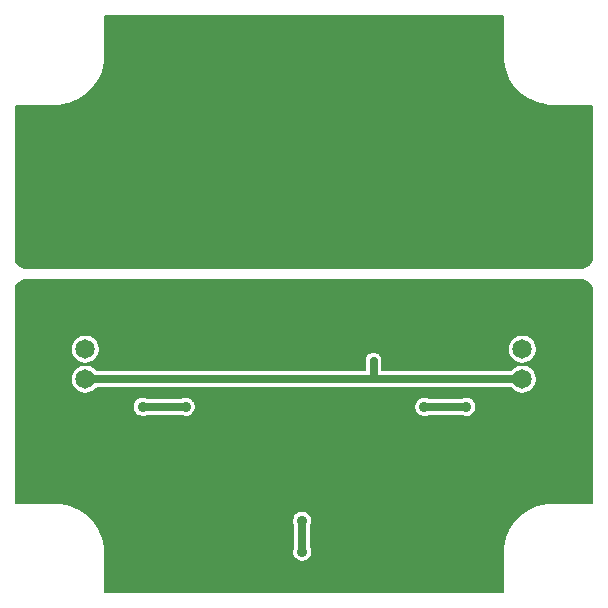
<source format=gbl>
%FSLAX34Y34*%
G04 Gerber Fmt 3.4, Leading zero omitted, Abs format*
G04 (created by PCBNEW (2014-03-03 BZR 4732)-product) date Wed 05 Mar 2014 04:21:36 PM CET*
%MOIN*%
G01*
G70*
G90*
G04 APERTURE LIST*
%ADD10C,0.005906*%
%ADD11R,0.025000X0.025000*%
%ADD12C,0.065000*%
%ADD13C,0.025000*%
%ADD14C,0.035000*%
%ADD15C,0.028000*%
%ADD16C,0.007874*%
G04 APERTURE END LIST*
G54D10*
G54D11*
X34054Y-43936D03*
X34448Y-43936D03*
X34408Y-43621D03*
X34094Y-43621D03*
X34251Y-43818D03*
X34251Y-44015D03*
G54D12*
X26969Y-46744D03*
X26969Y-47744D03*
X26969Y-45744D03*
X26969Y-44744D03*
X26969Y-48744D03*
X26969Y-49744D03*
X41535Y-47744D03*
X41535Y-46744D03*
X41535Y-48744D03*
X41535Y-49744D03*
X41535Y-45744D03*
X41535Y-44744D03*
G54D13*
X36574Y-49133D03*
G54D14*
X34192Y-55492D03*
X34192Y-54468D03*
X30314Y-50669D03*
X28877Y-50669D03*
X39665Y-50669D03*
X38267Y-50669D03*
X39665Y-43877D03*
X38287Y-43877D03*
X35531Y-38956D03*
X35531Y-40039D03*
X29035Y-42893D03*
X30039Y-42893D03*
G54D13*
X36076Y-42983D03*
X36950Y-43926D03*
X35950Y-43926D03*
X42894Y-41339D03*
X26358Y-41339D03*
X26358Y-42421D03*
X42894Y-42421D03*
G54D15*
X36574Y-49133D02*
X36574Y-49744D01*
X26969Y-49744D02*
X36574Y-49744D01*
X36574Y-49744D02*
X41535Y-49744D01*
X34251Y-44744D02*
X26969Y-44744D01*
X34192Y-54468D02*
X34192Y-55492D01*
X28877Y-50669D02*
X30314Y-50669D01*
X38267Y-50669D02*
X39665Y-50669D01*
X38287Y-43877D02*
X39665Y-43877D01*
X35531Y-40039D02*
X35531Y-38956D01*
X30039Y-42893D02*
X29035Y-42893D01*
X36079Y-42980D02*
X36080Y-42980D01*
X36076Y-42983D02*
X36079Y-42980D01*
X36944Y-43920D02*
X36940Y-43920D01*
X36950Y-43926D02*
X36944Y-43920D01*
X35960Y-43920D02*
X35956Y-43920D01*
X35956Y-43920D02*
X35950Y-43926D01*
X42895Y-41340D02*
X42900Y-41340D01*
X42894Y-41339D02*
X42895Y-41340D01*
X26358Y-42421D02*
X26969Y-43032D01*
X26969Y-43032D02*
X26969Y-44744D01*
X26359Y-41340D02*
X26360Y-41340D01*
X26358Y-41339D02*
X26359Y-41340D01*
X34251Y-43818D02*
X34251Y-44744D01*
X34251Y-44744D02*
X34251Y-44685D01*
X34251Y-44744D02*
X41535Y-44744D01*
X41535Y-43780D02*
X41535Y-44744D01*
X42894Y-42421D02*
X41535Y-43780D01*
X26969Y-45744D02*
X26969Y-44744D01*
X41535Y-44744D02*
X41535Y-44724D01*
X41535Y-44744D02*
X41535Y-45744D01*
X41535Y-47744D02*
X41535Y-46744D01*
X26969Y-47744D02*
X26969Y-46744D01*
X26969Y-47744D02*
X26468Y-47744D01*
X42232Y-47744D02*
X41535Y-47744D01*
X42913Y-48425D02*
X42232Y-47744D01*
X42913Y-50590D02*
X42913Y-48425D01*
X41929Y-51574D02*
X42913Y-50590D01*
X26574Y-51574D02*
X41929Y-51574D01*
X25590Y-50590D02*
X26574Y-51574D01*
X25590Y-48622D02*
X25590Y-50590D01*
X26468Y-47744D02*
X25590Y-48622D01*
G54D10*
G36*
X43858Y-40622D02*
X43858Y-45687D01*
X43851Y-45758D01*
X43831Y-45824D01*
X43798Y-45885D01*
X43754Y-45939D01*
X43700Y-45983D01*
X43639Y-46016D01*
X43573Y-46036D01*
X43502Y-46043D01*
X25001Y-46043D01*
X24930Y-46036D01*
X24864Y-46016D01*
X24803Y-45983D01*
X24749Y-45939D01*
X24705Y-45885D01*
X24672Y-45824D01*
X24652Y-45758D01*
X24645Y-45687D01*
X24645Y-40622D01*
X26141Y-40622D01*
X26141Y-40607D01*
X26425Y-40557D01*
X26724Y-40441D01*
X26994Y-40269D01*
X27226Y-40048D01*
X27411Y-39786D01*
X27541Y-39494D01*
X27612Y-39181D01*
X27613Y-39133D01*
X27629Y-39133D01*
X27629Y-37637D01*
X40874Y-37637D01*
X40874Y-39133D01*
X40887Y-39133D01*
X40941Y-39428D01*
X41059Y-39726D01*
X41233Y-39995D01*
X41455Y-40226D01*
X41719Y-40409D01*
X42012Y-40537D01*
X42325Y-40606D01*
X42362Y-40606D01*
X42362Y-40622D01*
X43858Y-40622D01*
X43858Y-40622D01*
G37*
G54D16*
X43858Y-40622D02*
X43858Y-45687D01*
X43851Y-45758D01*
X43831Y-45824D01*
X43798Y-45885D01*
X43754Y-45939D01*
X43700Y-45983D01*
X43639Y-46016D01*
X43573Y-46036D01*
X43502Y-46043D01*
X25001Y-46043D01*
X24930Y-46036D01*
X24864Y-46016D01*
X24803Y-45983D01*
X24749Y-45939D01*
X24705Y-45885D01*
X24672Y-45824D01*
X24652Y-45758D01*
X24645Y-45687D01*
X24645Y-40622D01*
X26141Y-40622D01*
X26141Y-40607D01*
X26425Y-40557D01*
X26724Y-40441D01*
X26994Y-40269D01*
X27226Y-40048D01*
X27411Y-39786D01*
X27541Y-39494D01*
X27612Y-39181D01*
X27613Y-39133D01*
X27629Y-39133D01*
X27629Y-37637D01*
X40874Y-37637D01*
X40874Y-39133D01*
X40887Y-39133D01*
X40941Y-39428D01*
X41059Y-39726D01*
X41233Y-39995D01*
X41455Y-40226D01*
X41719Y-40409D01*
X42012Y-40537D01*
X42325Y-40606D01*
X42362Y-40606D01*
X42362Y-40622D01*
X43858Y-40622D01*
G54D10*
G36*
X43858Y-53866D02*
X42362Y-53866D01*
X42362Y-53878D01*
X42056Y-53937D01*
X42017Y-53952D01*
X42017Y-49696D01*
X42017Y-48696D01*
X41999Y-48603D01*
X41963Y-48516D01*
X41910Y-48437D01*
X41844Y-48370D01*
X41765Y-48317D01*
X41678Y-48280D01*
X41585Y-48261D01*
X41491Y-48261D01*
X41398Y-48278D01*
X41310Y-48314D01*
X41231Y-48366D01*
X41163Y-48432D01*
X41110Y-48510D01*
X41072Y-48597D01*
X41053Y-48689D01*
X41051Y-48784D01*
X41068Y-48877D01*
X41103Y-48965D01*
X41155Y-49045D01*
X41220Y-49113D01*
X41298Y-49167D01*
X41385Y-49205D01*
X41477Y-49225D01*
X41572Y-49227D01*
X41665Y-49210D01*
X41753Y-49176D01*
X41833Y-49126D01*
X41902Y-49060D01*
X41956Y-48983D01*
X41995Y-48897D01*
X42015Y-48804D01*
X42017Y-48696D01*
X42017Y-49696D01*
X41999Y-49603D01*
X41963Y-49516D01*
X41910Y-49437D01*
X41844Y-49370D01*
X41765Y-49317D01*
X41678Y-49280D01*
X41585Y-49261D01*
X41491Y-49261D01*
X41398Y-49278D01*
X41310Y-49314D01*
X41231Y-49366D01*
X41163Y-49432D01*
X41153Y-49446D01*
X36872Y-49446D01*
X36872Y-49133D01*
X36866Y-49076D01*
X36849Y-49020D01*
X36822Y-48969D01*
X36785Y-48924D01*
X36741Y-48887D01*
X36690Y-48859D01*
X36634Y-48842D01*
X36576Y-48836D01*
X36519Y-48841D01*
X36463Y-48858D01*
X36411Y-48884D01*
X36366Y-48921D01*
X36329Y-48965D01*
X36301Y-49016D01*
X36283Y-49072D01*
X36277Y-49129D01*
X36277Y-49133D01*
X36277Y-49446D01*
X27451Y-49446D01*
X27451Y-48696D01*
X27433Y-48603D01*
X27397Y-48516D01*
X27344Y-48437D01*
X27278Y-48370D01*
X27199Y-48317D01*
X27112Y-48280D01*
X27019Y-48261D01*
X26925Y-48261D01*
X26832Y-48278D01*
X26744Y-48314D01*
X26665Y-48366D01*
X26597Y-48432D01*
X26544Y-48510D01*
X26506Y-48597D01*
X26487Y-48689D01*
X26485Y-48784D01*
X26502Y-48877D01*
X26537Y-48965D01*
X26589Y-49045D01*
X26654Y-49113D01*
X26732Y-49167D01*
X26819Y-49205D01*
X26911Y-49225D01*
X27006Y-49227D01*
X27099Y-49210D01*
X27187Y-49176D01*
X27267Y-49126D01*
X27336Y-49060D01*
X27390Y-48983D01*
X27429Y-48897D01*
X27449Y-48804D01*
X27451Y-48696D01*
X27451Y-49446D01*
X27350Y-49446D01*
X27344Y-49437D01*
X27278Y-49370D01*
X27199Y-49317D01*
X27112Y-49280D01*
X27019Y-49261D01*
X26925Y-49261D01*
X26832Y-49278D01*
X26744Y-49314D01*
X26665Y-49366D01*
X26597Y-49432D01*
X26544Y-49510D01*
X26506Y-49597D01*
X26487Y-49689D01*
X26485Y-49784D01*
X26502Y-49877D01*
X26537Y-49965D01*
X26589Y-50045D01*
X26654Y-50113D01*
X26732Y-50167D01*
X26819Y-50205D01*
X26911Y-50225D01*
X27006Y-50227D01*
X27099Y-50210D01*
X27187Y-50176D01*
X27267Y-50126D01*
X27336Y-50060D01*
X27349Y-50041D01*
X36574Y-50041D01*
X41152Y-50041D01*
X41155Y-50045D01*
X41220Y-50113D01*
X41298Y-50167D01*
X41385Y-50205D01*
X41477Y-50225D01*
X41572Y-50227D01*
X41665Y-50210D01*
X41753Y-50176D01*
X41833Y-50126D01*
X41902Y-50060D01*
X41956Y-49983D01*
X41995Y-49897D01*
X42015Y-49804D01*
X42017Y-49696D01*
X42017Y-53952D01*
X41759Y-54057D01*
X41491Y-54232D01*
X41262Y-54456D01*
X41081Y-54721D01*
X40955Y-55015D01*
X40888Y-55328D01*
X40888Y-55354D01*
X40874Y-55354D01*
X40874Y-56850D01*
X39997Y-56850D01*
X39997Y-50636D01*
X39985Y-50572D01*
X39960Y-50512D01*
X39924Y-50458D01*
X39878Y-50411D01*
X39824Y-50375D01*
X39764Y-50350D01*
X39700Y-50337D01*
X39635Y-50336D01*
X39571Y-50348D01*
X39514Y-50371D01*
X38418Y-50371D01*
X38366Y-50350D01*
X38302Y-50337D01*
X38237Y-50336D01*
X38173Y-50348D01*
X38112Y-50373D01*
X38058Y-50408D01*
X38011Y-50454D01*
X37974Y-50508D01*
X37949Y-50568D01*
X37935Y-50632D01*
X37934Y-50697D01*
X37946Y-50761D01*
X37970Y-50822D01*
X38005Y-50876D01*
X38051Y-50923D01*
X38104Y-50960D01*
X38164Y-50987D01*
X38228Y-51001D01*
X38293Y-51002D01*
X38357Y-50991D01*
X38418Y-50967D01*
X38419Y-50966D01*
X39515Y-50966D01*
X39562Y-50987D01*
X39625Y-51001D01*
X39690Y-51002D01*
X39755Y-50991D01*
X39815Y-50967D01*
X39871Y-50932D01*
X39918Y-50887D01*
X39955Y-50834D01*
X39982Y-50774D01*
X39996Y-50711D01*
X39997Y-50636D01*
X39997Y-56850D01*
X34525Y-56850D01*
X34525Y-55459D01*
X34512Y-55395D01*
X34490Y-55341D01*
X34490Y-54617D01*
X34509Y-54573D01*
X34524Y-54510D01*
X34525Y-54435D01*
X34512Y-54371D01*
X34487Y-54311D01*
X34451Y-54257D01*
X34405Y-54211D01*
X34351Y-54174D01*
X34291Y-54149D01*
X34227Y-54136D01*
X34162Y-54135D01*
X34098Y-54148D01*
X34038Y-54172D01*
X33983Y-54208D01*
X33936Y-54253D01*
X33900Y-54307D01*
X33874Y-54367D01*
X33860Y-54431D01*
X33859Y-54496D01*
X33871Y-54560D01*
X33895Y-54620D01*
X33895Y-55342D01*
X33874Y-55391D01*
X33860Y-55454D01*
X33859Y-55520D01*
X33871Y-55584D01*
X33895Y-55644D01*
X33931Y-55699D01*
X33976Y-55746D01*
X34029Y-55783D01*
X34089Y-55809D01*
X34153Y-55823D01*
X34218Y-55825D01*
X34282Y-55813D01*
X34343Y-55790D01*
X34398Y-55755D01*
X34445Y-55710D01*
X34483Y-55657D01*
X34509Y-55597D01*
X34524Y-55533D01*
X34525Y-55459D01*
X34525Y-56850D01*
X30647Y-56850D01*
X30647Y-50636D01*
X30634Y-50572D01*
X30609Y-50512D01*
X30573Y-50458D01*
X30527Y-50411D01*
X30473Y-50375D01*
X30413Y-50350D01*
X30349Y-50337D01*
X30284Y-50336D01*
X30220Y-50348D01*
X30163Y-50371D01*
X29028Y-50371D01*
X28976Y-50350D01*
X28912Y-50337D01*
X28847Y-50336D01*
X28783Y-50348D01*
X28723Y-50373D01*
X28668Y-50408D01*
X28622Y-50454D01*
X28585Y-50508D01*
X28559Y-50568D01*
X28545Y-50632D01*
X28545Y-50697D01*
X28556Y-50761D01*
X28580Y-50822D01*
X28616Y-50876D01*
X28661Y-50923D01*
X28714Y-50960D01*
X28774Y-50987D01*
X28838Y-51001D01*
X28903Y-51002D01*
X28967Y-50991D01*
X29028Y-50967D01*
X29029Y-50966D01*
X30165Y-50966D01*
X30211Y-50987D01*
X30275Y-51001D01*
X30340Y-51002D01*
X30404Y-50991D01*
X30465Y-50967D01*
X30520Y-50932D01*
X30567Y-50887D01*
X30605Y-50834D01*
X30631Y-50774D01*
X30646Y-50711D01*
X30647Y-50636D01*
X30647Y-56850D01*
X27629Y-56850D01*
X27629Y-55354D01*
X27617Y-55354D01*
X27617Y-55351D01*
X27555Y-55037D01*
X27433Y-54741D01*
X27256Y-54474D01*
X27030Y-54246D01*
X26764Y-54067D01*
X26469Y-53943D01*
X26155Y-53879D01*
X26141Y-53879D01*
X26141Y-53866D01*
X24645Y-53866D01*
X24645Y-46793D01*
X24652Y-46722D01*
X24672Y-46655D01*
X24705Y-46594D01*
X24749Y-46540D01*
X24803Y-46496D01*
X24864Y-46464D01*
X24930Y-46444D01*
X25001Y-46437D01*
X43502Y-46437D01*
X43573Y-46444D01*
X43639Y-46464D01*
X43700Y-46496D01*
X43754Y-46540D01*
X43798Y-46594D01*
X43831Y-46655D01*
X43851Y-46722D01*
X43858Y-46793D01*
X43858Y-53866D01*
X43858Y-53866D01*
G37*
G54D16*
X43858Y-53866D02*
X42362Y-53866D01*
X42362Y-53878D01*
X42056Y-53937D01*
X42017Y-53952D01*
X42017Y-49696D01*
X42017Y-48696D01*
X41999Y-48603D01*
X41963Y-48516D01*
X41910Y-48437D01*
X41844Y-48370D01*
X41765Y-48317D01*
X41678Y-48280D01*
X41585Y-48261D01*
X41491Y-48261D01*
X41398Y-48278D01*
X41310Y-48314D01*
X41231Y-48366D01*
X41163Y-48432D01*
X41110Y-48510D01*
X41072Y-48597D01*
X41053Y-48689D01*
X41051Y-48784D01*
X41068Y-48877D01*
X41103Y-48965D01*
X41155Y-49045D01*
X41220Y-49113D01*
X41298Y-49167D01*
X41385Y-49205D01*
X41477Y-49225D01*
X41572Y-49227D01*
X41665Y-49210D01*
X41753Y-49176D01*
X41833Y-49126D01*
X41902Y-49060D01*
X41956Y-48983D01*
X41995Y-48897D01*
X42015Y-48804D01*
X42017Y-48696D01*
X42017Y-49696D01*
X41999Y-49603D01*
X41963Y-49516D01*
X41910Y-49437D01*
X41844Y-49370D01*
X41765Y-49317D01*
X41678Y-49280D01*
X41585Y-49261D01*
X41491Y-49261D01*
X41398Y-49278D01*
X41310Y-49314D01*
X41231Y-49366D01*
X41163Y-49432D01*
X41153Y-49446D01*
X36872Y-49446D01*
X36872Y-49133D01*
X36866Y-49076D01*
X36849Y-49020D01*
X36822Y-48969D01*
X36785Y-48924D01*
X36741Y-48887D01*
X36690Y-48859D01*
X36634Y-48842D01*
X36576Y-48836D01*
X36519Y-48841D01*
X36463Y-48858D01*
X36411Y-48884D01*
X36366Y-48921D01*
X36329Y-48965D01*
X36301Y-49016D01*
X36283Y-49072D01*
X36277Y-49129D01*
X36277Y-49133D01*
X36277Y-49446D01*
X27451Y-49446D01*
X27451Y-48696D01*
X27433Y-48603D01*
X27397Y-48516D01*
X27344Y-48437D01*
X27278Y-48370D01*
X27199Y-48317D01*
X27112Y-48280D01*
X27019Y-48261D01*
X26925Y-48261D01*
X26832Y-48278D01*
X26744Y-48314D01*
X26665Y-48366D01*
X26597Y-48432D01*
X26544Y-48510D01*
X26506Y-48597D01*
X26487Y-48689D01*
X26485Y-48784D01*
X26502Y-48877D01*
X26537Y-48965D01*
X26589Y-49045D01*
X26654Y-49113D01*
X26732Y-49167D01*
X26819Y-49205D01*
X26911Y-49225D01*
X27006Y-49227D01*
X27099Y-49210D01*
X27187Y-49176D01*
X27267Y-49126D01*
X27336Y-49060D01*
X27390Y-48983D01*
X27429Y-48897D01*
X27449Y-48804D01*
X27451Y-48696D01*
X27451Y-49446D01*
X27350Y-49446D01*
X27344Y-49437D01*
X27278Y-49370D01*
X27199Y-49317D01*
X27112Y-49280D01*
X27019Y-49261D01*
X26925Y-49261D01*
X26832Y-49278D01*
X26744Y-49314D01*
X26665Y-49366D01*
X26597Y-49432D01*
X26544Y-49510D01*
X26506Y-49597D01*
X26487Y-49689D01*
X26485Y-49784D01*
X26502Y-49877D01*
X26537Y-49965D01*
X26589Y-50045D01*
X26654Y-50113D01*
X26732Y-50167D01*
X26819Y-50205D01*
X26911Y-50225D01*
X27006Y-50227D01*
X27099Y-50210D01*
X27187Y-50176D01*
X27267Y-50126D01*
X27336Y-50060D01*
X27349Y-50041D01*
X36574Y-50041D01*
X41152Y-50041D01*
X41155Y-50045D01*
X41220Y-50113D01*
X41298Y-50167D01*
X41385Y-50205D01*
X41477Y-50225D01*
X41572Y-50227D01*
X41665Y-50210D01*
X41753Y-50176D01*
X41833Y-50126D01*
X41902Y-50060D01*
X41956Y-49983D01*
X41995Y-49897D01*
X42015Y-49804D01*
X42017Y-49696D01*
X42017Y-53952D01*
X41759Y-54057D01*
X41491Y-54232D01*
X41262Y-54456D01*
X41081Y-54721D01*
X40955Y-55015D01*
X40888Y-55328D01*
X40888Y-55354D01*
X40874Y-55354D01*
X40874Y-56850D01*
X39997Y-56850D01*
X39997Y-50636D01*
X39985Y-50572D01*
X39960Y-50512D01*
X39924Y-50458D01*
X39878Y-50411D01*
X39824Y-50375D01*
X39764Y-50350D01*
X39700Y-50337D01*
X39635Y-50336D01*
X39571Y-50348D01*
X39514Y-50371D01*
X38418Y-50371D01*
X38366Y-50350D01*
X38302Y-50337D01*
X38237Y-50336D01*
X38173Y-50348D01*
X38112Y-50373D01*
X38058Y-50408D01*
X38011Y-50454D01*
X37974Y-50508D01*
X37949Y-50568D01*
X37935Y-50632D01*
X37934Y-50697D01*
X37946Y-50761D01*
X37970Y-50822D01*
X38005Y-50876D01*
X38051Y-50923D01*
X38104Y-50960D01*
X38164Y-50987D01*
X38228Y-51001D01*
X38293Y-51002D01*
X38357Y-50991D01*
X38418Y-50967D01*
X38419Y-50966D01*
X39515Y-50966D01*
X39562Y-50987D01*
X39625Y-51001D01*
X39690Y-51002D01*
X39755Y-50991D01*
X39815Y-50967D01*
X39871Y-50932D01*
X39918Y-50887D01*
X39955Y-50834D01*
X39982Y-50774D01*
X39996Y-50711D01*
X39997Y-50636D01*
X39997Y-56850D01*
X34525Y-56850D01*
X34525Y-55459D01*
X34512Y-55395D01*
X34490Y-55341D01*
X34490Y-54617D01*
X34509Y-54573D01*
X34524Y-54510D01*
X34525Y-54435D01*
X34512Y-54371D01*
X34487Y-54311D01*
X34451Y-54257D01*
X34405Y-54211D01*
X34351Y-54174D01*
X34291Y-54149D01*
X34227Y-54136D01*
X34162Y-54135D01*
X34098Y-54148D01*
X34038Y-54172D01*
X33983Y-54208D01*
X33936Y-54253D01*
X33900Y-54307D01*
X33874Y-54367D01*
X33860Y-54431D01*
X33859Y-54496D01*
X33871Y-54560D01*
X33895Y-54620D01*
X33895Y-55342D01*
X33874Y-55391D01*
X33860Y-55454D01*
X33859Y-55520D01*
X33871Y-55584D01*
X33895Y-55644D01*
X33931Y-55699D01*
X33976Y-55746D01*
X34029Y-55783D01*
X34089Y-55809D01*
X34153Y-55823D01*
X34218Y-55825D01*
X34282Y-55813D01*
X34343Y-55790D01*
X34398Y-55755D01*
X34445Y-55710D01*
X34483Y-55657D01*
X34509Y-55597D01*
X34524Y-55533D01*
X34525Y-55459D01*
X34525Y-56850D01*
X30647Y-56850D01*
X30647Y-50636D01*
X30634Y-50572D01*
X30609Y-50512D01*
X30573Y-50458D01*
X30527Y-50411D01*
X30473Y-50375D01*
X30413Y-50350D01*
X30349Y-50337D01*
X30284Y-50336D01*
X30220Y-50348D01*
X30163Y-50371D01*
X29028Y-50371D01*
X28976Y-50350D01*
X28912Y-50337D01*
X28847Y-50336D01*
X28783Y-50348D01*
X28723Y-50373D01*
X28668Y-50408D01*
X28622Y-50454D01*
X28585Y-50508D01*
X28559Y-50568D01*
X28545Y-50632D01*
X28545Y-50697D01*
X28556Y-50761D01*
X28580Y-50822D01*
X28616Y-50876D01*
X28661Y-50923D01*
X28714Y-50960D01*
X28774Y-50987D01*
X28838Y-51001D01*
X28903Y-51002D01*
X28967Y-50991D01*
X29028Y-50967D01*
X29029Y-50966D01*
X30165Y-50966D01*
X30211Y-50987D01*
X30275Y-51001D01*
X30340Y-51002D01*
X30404Y-50991D01*
X30465Y-50967D01*
X30520Y-50932D01*
X30567Y-50887D01*
X30605Y-50834D01*
X30631Y-50774D01*
X30646Y-50711D01*
X30647Y-50636D01*
X30647Y-56850D01*
X27629Y-56850D01*
X27629Y-55354D01*
X27617Y-55354D01*
X27617Y-55351D01*
X27555Y-55037D01*
X27433Y-54741D01*
X27256Y-54474D01*
X27030Y-54246D01*
X26764Y-54067D01*
X26469Y-53943D01*
X26155Y-53879D01*
X26141Y-53879D01*
X26141Y-53866D01*
X24645Y-53866D01*
X24645Y-46793D01*
X24652Y-46722D01*
X24672Y-46655D01*
X24705Y-46594D01*
X24749Y-46540D01*
X24803Y-46496D01*
X24864Y-46464D01*
X24930Y-46444D01*
X25001Y-46437D01*
X43502Y-46437D01*
X43573Y-46444D01*
X43639Y-46464D01*
X43700Y-46496D01*
X43754Y-46540D01*
X43798Y-46594D01*
X43831Y-46655D01*
X43851Y-46722D01*
X43858Y-46793D01*
X43858Y-53866D01*
M02*

</source>
